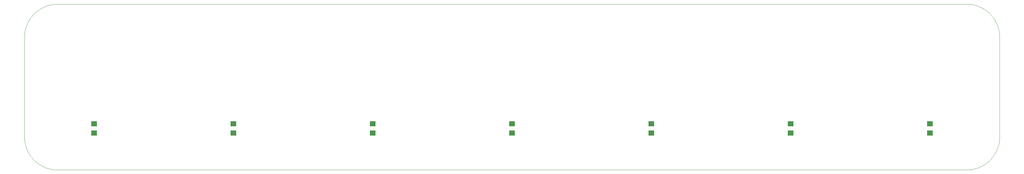
<source format=gbp>
G04 EAGLE Gerber RS-274X export*
G75*
%MOMM*%
%FSLAX34Y34*%
%LPD*%
%INSolder paste bottom*%
%IPPOS*%
%AMOC8*
5,1,8,0,0,1.08239X$1,22.5*%
G01*
%ADD10C,0.000000*%
%ADD11R,1.803000X1.600000*%


D10*
X100000Y0D02*
X2840000Y0D01*
X2842416Y29D01*
X2844831Y117D01*
X2847243Y263D01*
X2849651Y467D01*
X2852054Y729D01*
X2854449Y1049D01*
X2856836Y1427D01*
X2859213Y1863D01*
X2861578Y2356D01*
X2863932Y2906D01*
X2866271Y3512D01*
X2868595Y4175D01*
X2870902Y4894D01*
X2873191Y5669D01*
X2875460Y6498D01*
X2877709Y7383D01*
X2879936Y8321D01*
X2882140Y9313D01*
X2884319Y10357D01*
X2886472Y11454D01*
X2888598Y12603D01*
X2890696Y13803D01*
X2892764Y15053D01*
X2894801Y16353D01*
X2896806Y17702D01*
X2898779Y19098D01*
X2900716Y20542D01*
X2902619Y22033D01*
X2904484Y23568D01*
X2906312Y25149D01*
X2908102Y26773D01*
X2909851Y28440D01*
X2911560Y30149D01*
X2913227Y31898D01*
X2914851Y33688D01*
X2916432Y35516D01*
X2917967Y37381D01*
X2919458Y39284D01*
X2920902Y41221D01*
X2922298Y43194D01*
X2923647Y45199D01*
X2924947Y47236D01*
X2926197Y49304D01*
X2927397Y51402D01*
X2928546Y53528D01*
X2929643Y55681D01*
X2930687Y57860D01*
X2931679Y60064D01*
X2932617Y62291D01*
X2933502Y64540D01*
X2934331Y66809D01*
X2935106Y69098D01*
X2935825Y71405D01*
X2936488Y73729D01*
X2937094Y76068D01*
X2937644Y78422D01*
X2938137Y80787D01*
X2938573Y83164D01*
X2938951Y85551D01*
X2939271Y87946D01*
X2939533Y90349D01*
X2939737Y92757D01*
X2939883Y95169D01*
X2939971Y97584D01*
X2940000Y100000D01*
X2940000Y400000D01*
X2939971Y402416D01*
X2939883Y404831D01*
X2939737Y407243D01*
X2939533Y409651D01*
X2939271Y412054D01*
X2938951Y414449D01*
X2938573Y416836D01*
X2938137Y419213D01*
X2937644Y421578D01*
X2937094Y423932D01*
X2936488Y426271D01*
X2935825Y428595D01*
X2935106Y430902D01*
X2934331Y433191D01*
X2933502Y435460D01*
X2932617Y437709D01*
X2931679Y439936D01*
X2930687Y442140D01*
X2929643Y444319D01*
X2928546Y446472D01*
X2927397Y448598D01*
X2926197Y450696D01*
X2924947Y452764D01*
X2923647Y454801D01*
X2922298Y456806D01*
X2920902Y458779D01*
X2919458Y460716D01*
X2917967Y462619D01*
X2916432Y464484D01*
X2914851Y466312D01*
X2913227Y468102D01*
X2911560Y469851D01*
X2909851Y471560D01*
X2908102Y473227D01*
X2906312Y474851D01*
X2904484Y476432D01*
X2902619Y477967D01*
X2900716Y479458D01*
X2898779Y480902D01*
X2896806Y482298D01*
X2894801Y483647D01*
X2892764Y484947D01*
X2890696Y486197D01*
X2888598Y487397D01*
X2886472Y488546D01*
X2884319Y489643D01*
X2882140Y490687D01*
X2879936Y491679D01*
X2877709Y492617D01*
X2875460Y493502D01*
X2873191Y494331D01*
X2870902Y495106D01*
X2868595Y495825D01*
X2866271Y496488D01*
X2863932Y497094D01*
X2861578Y497644D01*
X2859213Y498137D01*
X2856836Y498573D01*
X2854449Y498951D01*
X2852054Y499271D01*
X2849651Y499533D01*
X2847243Y499737D01*
X2844831Y499883D01*
X2842416Y499971D01*
X2840000Y500000D01*
X100000Y500000D01*
X97584Y499971D01*
X95169Y499883D01*
X92757Y499737D01*
X90349Y499533D01*
X87946Y499271D01*
X85551Y498951D01*
X83164Y498573D01*
X80787Y498137D01*
X78422Y497644D01*
X76068Y497094D01*
X73729Y496488D01*
X71405Y495825D01*
X69098Y495106D01*
X66809Y494331D01*
X64540Y493502D01*
X62291Y492617D01*
X60064Y491679D01*
X57860Y490687D01*
X55681Y489643D01*
X53528Y488546D01*
X51402Y487397D01*
X49304Y486197D01*
X47236Y484947D01*
X45199Y483647D01*
X43194Y482298D01*
X41221Y480902D01*
X39284Y479458D01*
X37381Y477967D01*
X35516Y476432D01*
X33688Y474851D01*
X31898Y473227D01*
X30149Y471560D01*
X28440Y469851D01*
X26773Y468102D01*
X25149Y466312D01*
X23568Y464484D01*
X22033Y462619D01*
X20542Y460716D01*
X19098Y458779D01*
X17702Y456806D01*
X16353Y454801D01*
X15053Y452764D01*
X13803Y450696D01*
X12603Y448598D01*
X11454Y446472D01*
X10357Y444319D01*
X9313Y442140D01*
X8321Y439936D01*
X7383Y437709D01*
X6498Y435460D01*
X5669Y433191D01*
X4894Y430902D01*
X4175Y428595D01*
X3512Y426271D01*
X2906Y423932D01*
X2356Y421578D01*
X1863Y419213D01*
X1427Y416836D01*
X1049Y414449D01*
X729Y412054D01*
X467Y409651D01*
X263Y407243D01*
X117Y404831D01*
X29Y402416D01*
X0Y400000D01*
X0Y100000D01*
X29Y97584D01*
X117Y95169D01*
X263Y92757D01*
X467Y90349D01*
X729Y87946D01*
X1049Y85551D01*
X1427Y83164D01*
X1863Y80787D01*
X2356Y78422D01*
X2906Y76068D01*
X3512Y73729D01*
X4175Y71405D01*
X4894Y69098D01*
X5669Y66809D01*
X6498Y64540D01*
X7383Y62291D01*
X8321Y60064D01*
X9313Y57860D01*
X10357Y55681D01*
X11454Y53528D01*
X12603Y51402D01*
X13803Y49304D01*
X15053Y47236D01*
X16353Y45199D01*
X17702Y43194D01*
X19098Y41221D01*
X20542Y39284D01*
X22033Y37381D01*
X23568Y35516D01*
X25149Y33688D01*
X26773Y31898D01*
X28440Y30149D01*
X30149Y28440D01*
X31898Y26773D01*
X33688Y25149D01*
X35516Y23568D01*
X37381Y22033D01*
X39284Y20542D01*
X41221Y19098D01*
X43194Y17702D01*
X45199Y16353D01*
X47236Y15053D01*
X49304Y13803D01*
X51402Y12603D01*
X53528Y11454D01*
X55681Y10357D01*
X57860Y9313D01*
X60064Y8321D01*
X62291Y7383D01*
X64540Y6498D01*
X66809Y5669D01*
X69098Y4894D01*
X71405Y4175D01*
X73729Y3512D01*
X76068Y2906D01*
X78422Y2356D01*
X80787Y1863D01*
X83164Y1427D01*
X85551Y1049D01*
X87946Y729D01*
X90349Y467D01*
X92757Y263D01*
X95169Y117D01*
X97584Y29D01*
X100000Y0D01*
D11*
X210000Y139220D03*
X210000Y110780D03*
X630000Y139220D03*
X630000Y110780D03*
X1050000Y139220D03*
X1050000Y110780D03*
X1470000Y139220D03*
X1470000Y110780D03*
X1890000Y139220D03*
X1890000Y110780D03*
X2310000Y139220D03*
X2310000Y110780D03*
X2730000Y139220D03*
X2730000Y110780D03*
M02*

</source>
